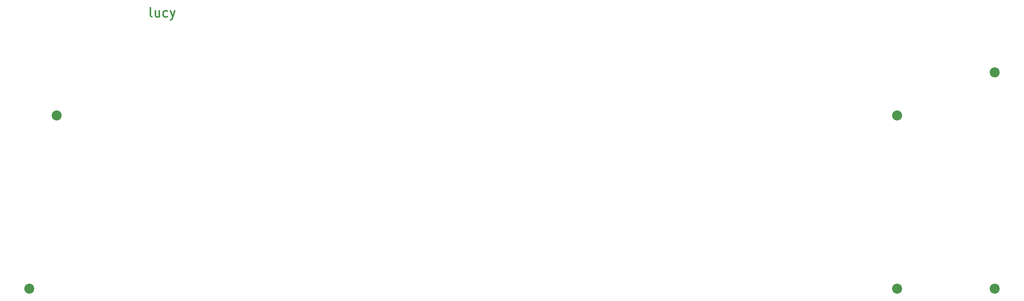
<source format=gbr>
G04 #@! TF.GenerationSoftware,KiCad,Pcbnew,(6.0.5-0)*
G04 #@! TF.CreationDate,2022-08-30T21:52:40-05:00*
G04 #@! TF.ProjectId,plate,706c6174-652e-46b6-9963-61645f706362,rev?*
G04 #@! TF.SameCoordinates,Original*
G04 #@! TF.FileFunction,Soldermask,Top*
G04 #@! TF.FilePolarity,Negative*
%FSLAX46Y46*%
G04 Gerber Fmt 4.6, Leading zero omitted, Abs format (unit mm)*
G04 Created by KiCad (PCBNEW (6.0.5-0)) date 2022-08-30 21:52:40*
%MOMM*%
%LPD*%
G01*
G04 APERTURE LIST*
%ADD10C,0.300000*%
%ADD11C,2.200000*%
G04 APERTURE END LIST*
D10*
X192381636Y-37814167D02*
X192191160Y-37718929D01*
X192095922Y-37528453D01*
X192095922Y-35814167D01*
X194000684Y-36480834D02*
X194000684Y-37814167D01*
X193143541Y-36480834D02*
X193143541Y-37528453D01*
X193238779Y-37718929D01*
X193429255Y-37814167D01*
X193714970Y-37814167D01*
X193905446Y-37718929D01*
X194000684Y-37623691D01*
X195810208Y-37718929D02*
X195619731Y-37814167D01*
X195238779Y-37814167D01*
X195048303Y-37718929D01*
X194953065Y-37623691D01*
X194857827Y-37433215D01*
X194857827Y-36861786D01*
X194953065Y-36671310D01*
X195048303Y-36576072D01*
X195238779Y-36480834D01*
X195619731Y-36480834D01*
X195810208Y-36576072D01*
X196476874Y-36480834D02*
X196953065Y-37814167D01*
X197429255Y-36480834D02*
X196953065Y-37814167D01*
X196762589Y-38290358D01*
X196667351Y-38385596D01*
X196476874Y-38480834D01*
D11*
X377428442Y-97631332D03*
X377429670Y-50006460D03*
X355997174Y-97631332D03*
X165497014Y-97631332D03*
X355997174Y-59531300D03*
X171450144Y-59531300D03*
M02*

</source>
